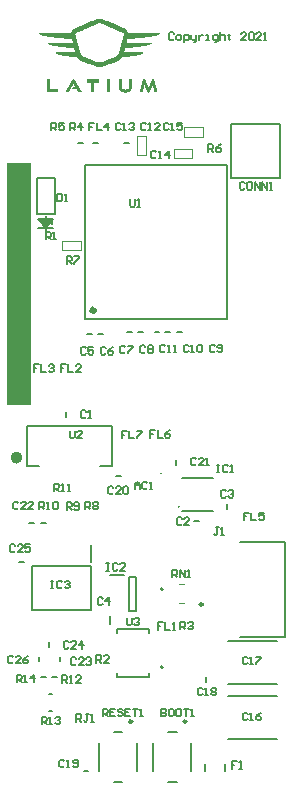
<source format=gto>
G04*
G04 #@! TF.GenerationSoftware,Altium Limited,Altium Designer,21.6.1 (37)*
G04*
G04 Layer_Color=65535*
%FSLAX44Y44*%
%MOMM*%
G71*
G04*
G04 #@! TF.SameCoordinates,E93D91D5-E775-412F-AFD9-E5FE798DA7EF*
G04*
G04*
G04 #@! TF.FilePolarity,Positive*
G04*
G01*
G75*
%ADD10C,0.2000*%
%ADD11C,0.1000*%
%ADD12C,0.5080*%
%ADD13C,0.4000*%
%ADD14C,0.2500*%
%ADD15C,0.1270*%
%ADD16C,0.1524*%
%ADD17C,0.1500*%
%ADD18C,0.2032*%
%ADD19R,2.1000X20.5000*%
G36*
X81177Y655678D02*
X82390D01*
Y655273D01*
X83604D01*
Y654869D01*
X84413D01*
Y654464D01*
X85627D01*
Y654060D01*
X86436D01*
Y653655D01*
X87245D01*
Y653251D01*
X88054D01*
Y652846D01*
X89268D01*
Y652441D01*
X90077D01*
Y652037D01*
X91291D01*
Y651632D01*
X92100D01*
Y651228D01*
X92909D01*
Y650823D01*
X93718D01*
Y650419D01*
X94932D01*
Y650014D01*
X95741D01*
Y649610D01*
X96954D01*
Y649205D01*
X97764D01*
Y648800D01*
X98573D01*
Y648396D01*
X99382D01*
Y647991D01*
X100596D01*
Y647587D01*
X101405D01*
Y647182D01*
X101809D01*
Y646778D01*
X102214D01*
Y646373D01*
X102618D01*
Y645968D01*
X103023D01*
Y645564D01*
Y645159D01*
X103427D01*
Y644755D01*
Y644350D01*
Y643946D01*
X130937D01*
Y643541D01*
Y643137D01*
Y642732D01*
X130128D01*
Y642327D01*
X129319D01*
Y641923D01*
X128105D01*
Y641518D01*
X126082D01*
Y641114D01*
X123655D01*
Y640709D01*
X121228D01*
Y640305D01*
X117587D01*
Y639900D01*
X113946D01*
Y639496D01*
X109091D01*
Y639091D01*
X103023D01*
Y638686D01*
Y638282D01*
X102618D01*
Y637877D01*
Y637473D01*
Y637068D01*
Y636664D01*
X102214D01*
Y636259D01*
Y635855D01*
X123655D01*
Y635450D01*
Y635046D01*
Y634641D01*
X123251D01*
Y634236D01*
X122441D01*
Y633832D01*
X121228D01*
Y633427D01*
X119205D01*
Y633023D01*
X117182D01*
Y632618D01*
X114755D01*
Y632214D01*
X111518D01*
Y631809D01*
X107878D01*
Y631404D01*
X103023D01*
Y631000D01*
X101000D01*
Y630595D01*
X100596D01*
Y630191D01*
Y629786D01*
Y629382D01*
Y628977D01*
X100191D01*
Y628573D01*
Y628168D01*
Y627764D01*
X116373D01*
Y627359D01*
Y626954D01*
Y626550D01*
Y626145D01*
X115564D01*
Y625741D01*
X114350D01*
Y625336D01*
X113137D01*
Y624932D01*
X110709D01*
Y624527D01*
X108282D01*
Y624123D01*
X105450D01*
Y623718D01*
X102214D01*
Y623313D01*
X98573D01*
Y622909D01*
X98168D01*
Y622504D01*
X97764D01*
Y622100D01*
X97359D01*
Y621695D01*
X96954D01*
Y621291D01*
X96550D01*
Y620886D01*
X95741D01*
Y620481D01*
X95336D01*
Y620077D01*
X94123D01*
Y619672D01*
X92909D01*
Y619268D01*
X92100D01*
Y618863D01*
X90886D01*
Y618459D01*
X90077D01*
Y618054D01*
X88863D01*
Y617650D01*
X87650D01*
Y617245D01*
X86841D01*
Y616841D01*
X85627D01*
Y616436D01*
X84818D01*
Y616031D01*
X83604D01*
Y615627D01*
X82390D01*
Y615222D01*
X80368D01*
Y614818D01*
X78749D01*
Y615222D01*
X76322D01*
Y615627D01*
X75513D01*
Y616031D01*
X74299D01*
Y616436D01*
X73086D01*
Y616841D01*
X72277D01*
Y617245D01*
X71063D01*
Y617650D01*
X70254D01*
Y618054D01*
X69040D01*
Y618459D01*
X67826D01*
Y618863D01*
X67017D01*
Y619268D01*
X65804D01*
Y619672D01*
X64590D01*
Y620077D01*
X63781D01*
Y620481D01*
X62972D01*
Y620886D01*
X62567D01*
Y621291D01*
X61758D01*
Y621695D01*
X61354D01*
Y622100D01*
X60949D01*
Y622504D01*
Y622909D01*
X60545D01*
Y623313D01*
X56904D01*
Y623718D01*
X53667D01*
Y624123D01*
X50431D01*
Y624527D01*
X48003D01*
Y624932D01*
X45981D01*
Y625336D01*
X44362D01*
Y625741D01*
X43149D01*
Y626145D01*
X42744D01*
Y626550D01*
X42340D01*
Y626954D01*
Y627359D01*
X42744D01*
Y627764D01*
X58926D01*
Y628168D01*
X58522D01*
Y628573D01*
Y628977D01*
Y629382D01*
X58117D01*
Y629786D01*
Y630191D01*
Y630595D01*
Y631000D01*
X55690D01*
Y631404D01*
X51240D01*
Y631809D01*
X47599D01*
Y632214D01*
X44362D01*
Y632618D01*
X41935D01*
Y633023D01*
X39508D01*
Y633427D01*
X37889D01*
Y633832D01*
X36271D01*
Y634236D01*
X35462D01*
Y634641D01*
Y635046D01*
X35057D01*
Y635450D01*
Y635855D01*
X56499D01*
Y636259D01*
Y636664D01*
Y637068D01*
Y637473D01*
X56094D01*
Y637877D01*
Y638282D01*
Y638686D01*
X55690D01*
Y639091D01*
X49622D01*
Y639496D01*
X45171D01*
Y639900D01*
X41126D01*
Y640305D01*
X37889D01*
Y640709D01*
X35057D01*
Y641114D01*
X32630D01*
Y641518D01*
X31012D01*
Y641923D01*
X29394D01*
Y642327D01*
X28585D01*
Y642732D01*
X28180D01*
Y643137D01*
Y643541D01*
Y643946D01*
X55285D01*
Y644350D01*
Y644755D01*
X55690D01*
Y645159D01*
Y645564D01*
X56094D01*
Y645968D01*
Y646373D01*
X56499D01*
Y646778D01*
X56904D01*
Y647182D01*
X57713D01*
Y647587D01*
X58522D01*
Y647991D01*
X59331D01*
Y648396D01*
X60140D01*
Y648800D01*
X61354D01*
Y649205D01*
X62163D01*
Y649610D01*
X62972D01*
Y650014D01*
X64186D01*
Y650419D01*
X64995D01*
Y650823D01*
X65804D01*
Y651228D01*
X67017D01*
Y651632D01*
X67826D01*
Y652037D01*
X68636D01*
Y652441D01*
X69849D01*
Y652846D01*
X70658D01*
Y653251D01*
X71467D01*
Y653655D01*
X72681D01*
Y654060D01*
X73490D01*
Y654464D01*
X74299D01*
Y654869D01*
X75513D01*
Y655273D01*
X76322D01*
Y655678D01*
X77940D01*
Y656082D01*
X81177D01*
Y655678D01*
D02*
G37*
G36*
X125143Y604548D02*
X125357D01*
Y604334D01*
X125570D01*
Y604121D01*
X125784D01*
Y603908D01*
Y603694D01*
Y603481D01*
X125997D01*
Y603268D01*
Y603054D01*
Y602841D01*
X126210D01*
Y602627D01*
Y602414D01*
Y602201D01*
Y601987D01*
X126424D01*
Y601774D01*
Y601561D01*
Y601347D01*
Y601134D01*
X126637D01*
Y600920D01*
Y600707D01*
Y600494D01*
Y600280D01*
X126850D01*
Y600067D01*
Y599854D01*
Y599640D01*
Y599427D01*
X127064D01*
Y599213D01*
Y599000D01*
Y598787D01*
Y598573D01*
X127277D01*
Y598360D01*
Y598147D01*
Y597933D01*
X127491D01*
Y597720D01*
Y597506D01*
Y597293D01*
Y597080D01*
X127704D01*
Y596866D01*
Y596653D01*
Y596440D01*
Y596226D01*
X127917D01*
Y596013D01*
Y595799D01*
Y595586D01*
Y595373D01*
X128131D01*
Y595159D01*
Y594946D01*
Y594733D01*
Y594519D01*
X128344D01*
Y594306D01*
Y594092D01*
Y593879D01*
Y593666D01*
X125997D01*
Y593879D01*
X125784D01*
Y594092D01*
Y594306D01*
Y594519D01*
X125570D01*
Y594733D01*
Y594946D01*
Y595159D01*
Y595373D01*
X125357D01*
Y595586D01*
Y595799D01*
Y596013D01*
Y596226D01*
X125143D01*
Y596440D01*
Y596653D01*
Y596866D01*
Y597080D01*
X124930D01*
Y597293D01*
Y597506D01*
Y597720D01*
Y597933D01*
X124717D01*
Y598147D01*
Y598360D01*
Y598573D01*
Y598787D01*
X124503D01*
Y599000D01*
Y599213D01*
Y599427D01*
Y599640D01*
X124290D01*
Y599427D01*
X124076D01*
Y599213D01*
Y599000D01*
X123863D01*
Y598787D01*
Y598573D01*
X123650D01*
Y598360D01*
Y598147D01*
Y597933D01*
X123436D01*
Y597720D01*
Y597506D01*
X123223D01*
Y597293D01*
Y597080D01*
Y596866D01*
X123010D01*
Y596653D01*
Y596440D01*
X122796D01*
Y596226D01*
Y596013D01*
X122583D01*
Y595799D01*
Y595586D01*
Y595373D01*
X122369D01*
Y595159D01*
Y594946D01*
X122156D01*
Y594733D01*
Y594519D01*
Y594306D01*
X121943D01*
Y594092D01*
X121729D01*
Y593879D01*
X121516D01*
Y593666D01*
X121303D01*
Y593452D01*
X120449D01*
Y593666D01*
X120022D01*
Y593879D01*
X119809D01*
Y594092D01*
X119596D01*
Y594306D01*
Y594519D01*
X119382D01*
Y594733D01*
Y594946D01*
Y595159D01*
X119169D01*
Y595373D01*
Y595586D01*
X118955D01*
Y595799D01*
Y596013D01*
X118742D01*
Y596226D01*
Y596440D01*
Y596653D01*
X118529D01*
Y596866D01*
Y597080D01*
X118315D01*
Y597293D01*
Y597506D01*
Y597720D01*
X118102D01*
Y597933D01*
Y598147D01*
X117889D01*
Y598360D01*
Y598573D01*
Y598787D01*
X117675D01*
Y599000D01*
Y599213D01*
X117462D01*
Y599427D01*
Y599640D01*
X117248D01*
Y599427D01*
Y599213D01*
X117035D01*
Y599000D01*
Y598787D01*
Y598573D01*
Y598360D01*
X116822D01*
Y598147D01*
Y597933D01*
Y597720D01*
Y597506D01*
X116608D01*
Y597293D01*
Y597080D01*
Y596866D01*
Y596653D01*
X116395D01*
Y596440D01*
Y596226D01*
Y596013D01*
Y595799D01*
X116182D01*
Y595586D01*
Y595373D01*
Y595159D01*
X115968D01*
Y594946D01*
Y594733D01*
Y594519D01*
Y594306D01*
X115755D01*
Y594092D01*
Y593879D01*
Y593666D01*
X113194D01*
Y593879D01*
Y594092D01*
X113408D01*
Y594306D01*
Y594519D01*
Y594733D01*
Y594946D01*
X113621D01*
Y595159D01*
Y595373D01*
Y595586D01*
Y595799D01*
X113834D01*
Y596013D01*
Y596226D01*
Y596440D01*
Y596653D01*
X114048D01*
Y596866D01*
Y597080D01*
Y597293D01*
Y597506D01*
X114261D01*
Y597720D01*
Y597933D01*
Y598147D01*
X114475D01*
Y598360D01*
Y598573D01*
Y598787D01*
Y599000D01*
X114688D01*
Y599213D01*
Y599427D01*
Y599640D01*
Y599854D01*
X114901D01*
Y600067D01*
Y600280D01*
Y600494D01*
Y600707D01*
X115115D01*
Y600920D01*
Y601134D01*
Y601347D01*
Y601561D01*
X115328D01*
Y601774D01*
Y601987D01*
Y602201D01*
Y602414D01*
X115541D01*
Y602627D01*
Y602841D01*
Y603054D01*
X115755D01*
Y603268D01*
Y603481D01*
Y603694D01*
Y603908D01*
X115968D01*
Y604121D01*
Y604334D01*
X116182D01*
Y604548D01*
X116608D01*
Y604761D01*
X117462D01*
Y604548D01*
X117889D01*
Y604334D01*
X118102D01*
Y604121D01*
Y603908D01*
X118315D01*
Y603694D01*
Y603481D01*
X118529D01*
Y603268D01*
Y603054D01*
X118742D01*
Y602841D01*
Y602627D01*
Y602414D01*
X118955D01*
Y602201D01*
Y601987D01*
X119169D01*
Y601774D01*
Y601561D01*
X119382D01*
Y601347D01*
Y601134D01*
Y600920D01*
X119596D01*
Y600707D01*
Y600494D01*
X119809D01*
Y600280D01*
Y600067D01*
Y599854D01*
X120022D01*
Y599640D01*
Y599427D01*
X120236D01*
Y599213D01*
Y599000D01*
X120449D01*
Y598787D01*
Y598573D01*
Y598360D01*
X120662D01*
Y598147D01*
Y597933D01*
X121089D01*
Y598147D01*
Y598360D01*
X121303D01*
Y598573D01*
Y598787D01*
Y599000D01*
X121516D01*
Y599213D01*
Y599427D01*
X121729D01*
Y599640D01*
Y599854D01*
Y600067D01*
X121943D01*
Y600280D01*
Y600494D01*
X122156D01*
Y600707D01*
Y600920D01*
Y601134D01*
X122369D01*
Y601347D01*
Y601561D01*
X122583D01*
Y601774D01*
Y601987D01*
X122796D01*
Y602201D01*
Y602414D01*
Y602627D01*
X123010D01*
Y602841D01*
Y603054D01*
X123223D01*
Y603268D01*
Y603481D01*
X123436D01*
Y603694D01*
Y603908D01*
Y604121D01*
X123650D01*
Y604334D01*
X123863D01*
Y604548D01*
X124290D01*
Y604761D01*
X125143D01*
Y604548D01*
D02*
G37*
G36*
X106793Y604334D02*
Y604121D01*
Y603908D01*
Y603694D01*
Y603481D01*
Y603268D01*
Y603054D01*
Y602841D01*
Y602627D01*
Y602414D01*
Y602201D01*
Y601987D01*
Y601774D01*
Y601561D01*
Y601347D01*
Y601134D01*
Y600920D01*
Y600707D01*
Y600494D01*
Y600280D01*
Y600067D01*
Y599854D01*
Y599640D01*
Y599427D01*
Y599213D01*
Y599000D01*
Y598787D01*
Y598573D01*
Y598360D01*
Y598147D01*
Y597933D01*
Y597720D01*
Y597506D01*
Y597293D01*
X106580D01*
Y597080D01*
Y596866D01*
Y596653D01*
Y596440D01*
X106366D01*
Y596226D01*
Y596013D01*
Y595799D01*
X106153D01*
Y595586D01*
Y595373D01*
X105940D01*
Y595159D01*
X105726D01*
Y594946D01*
X105513D01*
Y594733D01*
X105299D01*
Y594519D01*
X105086D01*
Y594306D01*
X104659D01*
Y594092D01*
X104233D01*
Y593879D01*
X103592D01*
Y593666D01*
X102312D01*
Y593452D01*
X99965D01*
Y593666D01*
X98685D01*
Y593879D01*
X98045D01*
Y594092D01*
X97618D01*
Y594306D01*
X97191D01*
Y594519D01*
X96978D01*
Y594733D01*
X96764D01*
Y594946D01*
X96551D01*
Y595159D01*
X96338D01*
Y595373D01*
X96124D01*
Y595586D01*
Y595799D01*
X95911D01*
Y596013D01*
Y596226D01*
Y596440D01*
X95697D01*
Y596653D01*
Y596866D01*
Y597080D01*
Y597293D01*
X95484D01*
Y597506D01*
Y597720D01*
Y597933D01*
Y598147D01*
Y598360D01*
Y598573D01*
Y598787D01*
Y599000D01*
Y599213D01*
Y599427D01*
Y599640D01*
Y599854D01*
Y600067D01*
Y600280D01*
Y600494D01*
Y600707D01*
Y600920D01*
Y601134D01*
Y601347D01*
Y601561D01*
Y601774D01*
Y601987D01*
Y602201D01*
Y602414D01*
Y602627D01*
Y602841D01*
Y603054D01*
Y603268D01*
Y603481D01*
Y603694D01*
Y603908D01*
Y604121D01*
Y604334D01*
Y604548D01*
X98045D01*
Y604334D01*
Y604121D01*
Y603908D01*
Y603694D01*
Y603481D01*
Y603268D01*
Y603054D01*
Y602841D01*
Y602627D01*
Y602414D01*
Y602201D01*
Y601987D01*
Y601774D01*
Y601561D01*
Y601347D01*
Y601134D01*
Y600920D01*
Y600707D01*
Y600494D01*
Y600280D01*
Y600067D01*
Y599854D01*
Y599640D01*
Y599427D01*
Y599213D01*
Y599000D01*
Y598787D01*
Y598573D01*
Y598360D01*
Y598147D01*
Y597933D01*
Y597720D01*
X98258D01*
Y597506D01*
Y597293D01*
Y597080D01*
X98471D01*
Y596866D01*
X98685D01*
Y596653D01*
X98898D01*
Y596440D01*
X99325D01*
Y596226D01*
X100605D01*
Y596013D01*
X101672D01*
Y596226D01*
X102952D01*
Y596440D01*
X103592D01*
Y596653D01*
X103806D01*
Y596866D01*
X104019D01*
Y597080D01*
Y597293D01*
X104233D01*
Y597506D01*
Y597720D01*
Y597933D01*
Y598147D01*
Y598360D01*
Y598573D01*
Y598787D01*
Y599000D01*
Y599213D01*
Y599427D01*
Y599640D01*
Y599854D01*
Y600067D01*
Y600280D01*
Y600494D01*
Y600707D01*
Y600920D01*
Y601134D01*
Y601347D01*
Y601561D01*
Y601774D01*
Y601987D01*
Y602201D01*
Y602414D01*
Y602627D01*
Y602841D01*
Y603054D01*
Y603268D01*
Y603481D01*
Y603694D01*
Y603908D01*
Y604121D01*
Y604334D01*
Y604548D01*
X106793D01*
Y604334D01*
D02*
G37*
G36*
X88016D02*
Y604121D01*
Y603908D01*
Y603694D01*
Y603481D01*
Y603268D01*
Y603054D01*
Y602841D01*
Y602627D01*
Y602414D01*
Y602201D01*
Y601987D01*
Y601774D01*
Y601561D01*
Y601347D01*
Y601134D01*
Y600920D01*
Y600707D01*
Y600494D01*
Y600280D01*
Y600067D01*
Y599854D01*
Y599640D01*
Y599427D01*
Y599213D01*
Y599000D01*
Y598787D01*
Y598573D01*
Y598360D01*
Y598147D01*
Y597933D01*
Y597720D01*
Y597506D01*
Y597293D01*
Y597080D01*
Y596866D01*
Y596653D01*
Y596440D01*
Y596226D01*
Y596013D01*
Y595799D01*
Y595586D01*
Y595373D01*
Y595159D01*
Y594946D01*
Y594733D01*
Y594519D01*
Y594306D01*
Y594092D01*
Y593879D01*
Y593666D01*
X85455D01*
Y593879D01*
Y594092D01*
Y594306D01*
Y594519D01*
Y594733D01*
Y594946D01*
Y595159D01*
Y595373D01*
Y595586D01*
Y595799D01*
Y596013D01*
Y596226D01*
Y596440D01*
Y596653D01*
Y596866D01*
Y597080D01*
Y597293D01*
Y597506D01*
Y597720D01*
Y597933D01*
Y598147D01*
Y598360D01*
Y598573D01*
Y598787D01*
Y599000D01*
Y599213D01*
Y599427D01*
Y599640D01*
Y599854D01*
Y600067D01*
Y600280D01*
Y600494D01*
Y600707D01*
Y600920D01*
Y601134D01*
Y601347D01*
Y601561D01*
Y601774D01*
Y601987D01*
Y602201D01*
Y602414D01*
Y602627D01*
Y602841D01*
Y603054D01*
Y603268D01*
Y603481D01*
Y603694D01*
Y603908D01*
Y604121D01*
Y604334D01*
Y604548D01*
X88016D01*
Y604334D01*
D02*
G37*
G36*
X78627D02*
Y604121D01*
Y603908D01*
Y603694D01*
Y603481D01*
Y603268D01*
Y603054D01*
Y602841D01*
Y602627D01*
Y602414D01*
Y602201D01*
Y601987D01*
X75000D01*
Y601774D01*
Y601561D01*
Y601347D01*
Y601134D01*
Y600920D01*
Y600707D01*
Y600494D01*
Y600280D01*
Y600067D01*
Y599854D01*
Y599640D01*
Y599427D01*
Y599213D01*
Y599000D01*
Y598787D01*
Y598573D01*
Y598360D01*
Y598147D01*
Y597933D01*
Y597720D01*
Y597506D01*
Y597293D01*
Y597080D01*
Y596866D01*
Y596653D01*
Y596440D01*
Y596226D01*
Y596013D01*
Y595799D01*
Y595586D01*
Y595373D01*
Y595159D01*
Y594946D01*
Y594733D01*
Y594519D01*
Y594306D01*
Y594092D01*
Y593879D01*
Y593666D01*
X72439D01*
Y593879D01*
Y594092D01*
Y594306D01*
Y594519D01*
Y594733D01*
Y594946D01*
Y595159D01*
Y595373D01*
Y595586D01*
Y595799D01*
Y596013D01*
Y596226D01*
Y596440D01*
Y596653D01*
Y596866D01*
Y597080D01*
Y597293D01*
Y597506D01*
Y597720D01*
Y597933D01*
Y598147D01*
Y598360D01*
Y598573D01*
Y598787D01*
Y599000D01*
Y599213D01*
Y599427D01*
Y599640D01*
Y599854D01*
Y600067D01*
Y600280D01*
Y600494D01*
Y600707D01*
Y600920D01*
Y601134D01*
Y601347D01*
Y601561D01*
Y601774D01*
Y601987D01*
X68812D01*
Y602201D01*
Y602414D01*
Y602627D01*
Y602841D01*
Y603054D01*
Y603268D01*
Y603481D01*
Y603694D01*
Y603908D01*
Y604121D01*
Y604334D01*
Y604548D01*
X78627D01*
Y604334D01*
D02*
G37*
G36*
X57930Y604548D02*
X58143D01*
Y604334D01*
X58357D01*
Y604121D01*
X58570D01*
Y603908D01*
X58783D01*
Y603694D01*
Y603481D01*
X58997D01*
Y603268D01*
Y603054D01*
X59210D01*
Y602841D01*
Y602627D01*
X59423D01*
Y602414D01*
X59637D01*
Y602201D01*
Y601987D01*
X59850D01*
Y601774D01*
Y601561D01*
X60064D01*
Y601347D01*
Y601134D01*
X60277D01*
Y600920D01*
X60490D01*
Y600707D01*
Y600494D01*
X60704D01*
Y600280D01*
Y600067D01*
X60917D01*
Y599854D01*
Y599640D01*
X61130D01*
Y599427D01*
X61344D01*
Y599213D01*
Y599000D01*
X61557D01*
Y598787D01*
Y598573D01*
X61771D01*
Y598360D01*
X61984D01*
Y598147D01*
Y597933D01*
X62197D01*
Y597720D01*
Y597506D01*
X62411D01*
Y597293D01*
Y597080D01*
X62624D01*
Y596866D01*
X62838D01*
Y596653D01*
Y596440D01*
X63051D01*
Y596226D01*
Y596013D01*
X63264D01*
Y595799D01*
Y595586D01*
X63478D01*
Y595373D01*
X63691D01*
Y595159D01*
Y594946D01*
X63904D01*
Y594733D01*
Y594519D01*
X64118D01*
Y594306D01*
Y594092D01*
X64331D01*
Y593879D01*
Y593666D01*
X61344D01*
Y593879D01*
Y594092D01*
X61130D01*
Y594306D01*
Y594519D01*
X60917D01*
Y594733D01*
Y594946D01*
X60704D01*
Y595159D01*
X60490D01*
Y595373D01*
Y595586D01*
X60277D01*
Y595799D01*
Y596013D01*
X60064D01*
Y596226D01*
X56223D01*
Y596440D01*
Y596653D01*
X56436D01*
Y596866D01*
Y597080D01*
X56650D01*
Y597293D01*
Y597506D01*
X56863D01*
Y597720D01*
Y597933D01*
X57076D01*
Y598147D01*
X57290D01*
Y598360D01*
X57503D01*
Y598573D01*
X58570D01*
Y598787D01*
Y599000D01*
X58357D01*
Y599213D01*
Y599427D01*
X58143D01*
Y599640D01*
Y599854D01*
X57930D01*
Y600067D01*
X57716D01*
Y600280D01*
Y600494D01*
X57503D01*
Y600707D01*
Y600920D01*
X57290D01*
Y600707D01*
X57076D01*
Y600494D01*
Y600280D01*
X56863D01*
Y600067D01*
Y599854D01*
X56650D01*
Y599640D01*
Y599427D01*
X56436D01*
Y599213D01*
X56223D01*
Y599000D01*
Y598787D01*
X56009D01*
Y598573D01*
Y598360D01*
X55796D01*
Y598147D01*
Y597933D01*
X55583D01*
Y597720D01*
X55369D01*
Y597506D01*
Y597293D01*
X55156D01*
Y597080D01*
Y596866D01*
X54943D01*
Y596653D01*
Y596440D01*
X54729D01*
Y596226D01*
Y596013D01*
X54516D01*
Y595799D01*
X54303D01*
Y595586D01*
Y595373D01*
X54089D01*
Y595159D01*
Y594946D01*
X53876D01*
Y594733D01*
Y594519D01*
X53662D01*
Y594306D01*
X53449D01*
Y594092D01*
Y593879D01*
X53236D01*
Y593666D01*
X50462D01*
Y593879D01*
Y594092D01*
X50675D01*
Y594306D01*
Y594519D01*
X50889D01*
Y594733D01*
Y594946D01*
X51102D01*
Y595159D01*
X51315D01*
Y595373D01*
Y595586D01*
X51529D01*
Y595799D01*
Y596013D01*
X51742D01*
Y596226D01*
X51955D01*
Y596440D01*
Y596653D01*
X52169D01*
Y596866D01*
Y597080D01*
X52382D01*
Y597293D01*
Y597506D01*
X52596D01*
Y597720D01*
X52809D01*
Y597933D01*
Y598147D01*
X53022D01*
Y598360D01*
Y598573D01*
X53236D01*
Y598787D01*
Y599000D01*
X53449D01*
Y599213D01*
X53662D01*
Y599427D01*
Y599640D01*
X53876D01*
Y599854D01*
Y600067D01*
X54089D01*
Y600280D01*
Y600494D01*
X54303D01*
Y600707D01*
X54516D01*
Y600920D01*
Y601134D01*
X54729D01*
Y601347D01*
Y601561D01*
X54943D01*
Y601774D01*
Y601987D01*
X55156D01*
Y602201D01*
X55369D01*
Y602414D01*
Y602627D01*
X55583D01*
Y602841D01*
Y603054D01*
X55796D01*
Y603268D01*
Y603481D01*
X56009D01*
Y603694D01*
X56223D01*
Y603908D01*
Y604121D01*
X56436D01*
Y604334D01*
X56650D01*
Y604548D01*
X57076D01*
Y604761D01*
X57930D01*
Y604548D01*
D02*
G37*
G36*
X37659Y604334D02*
Y604121D01*
Y603908D01*
Y603694D01*
Y603481D01*
Y603268D01*
Y603054D01*
Y602841D01*
Y602627D01*
Y602414D01*
Y602201D01*
Y601987D01*
Y601774D01*
Y601561D01*
Y601347D01*
Y601134D01*
Y600920D01*
Y600707D01*
Y600494D01*
Y600280D01*
Y600067D01*
Y599854D01*
Y599640D01*
Y599427D01*
Y599213D01*
Y599000D01*
Y598787D01*
Y598573D01*
Y598360D01*
Y598147D01*
Y597933D01*
Y597720D01*
Y597506D01*
Y597293D01*
Y597080D01*
Y596866D01*
Y596653D01*
Y596440D01*
Y596226D01*
X44060D01*
Y596013D01*
Y595799D01*
Y595586D01*
Y595373D01*
Y595159D01*
Y594946D01*
Y594733D01*
Y594519D01*
Y594306D01*
Y594092D01*
Y593879D01*
Y593666D01*
X35099D01*
Y593879D01*
Y594092D01*
Y594306D01*
Y594519D01*
Y594733D01*
Y594946D01*
Y595159D01*
Y595373D01*
Y595586D01*
Y595799D01*
Y596013D01*
Y596226D01*
Y596440D01*
Y596653D01*
Y596866D01*
Y597080D01*
Y597293D01*
Y597506D01*
Y597720D01*
Y597933D01*
Y598147D01*
Y598360D01*
Y598573D01*
Y598787D01*
Y599000D01*
Y599213D01*
Y599427D01*
Y599640D01*
Y599854D01*
Y600067D01*
Y600280D01*
Y600494D01*
Y600707D01*
Y600920D01*
Y601134D01*
Y601347D01*
Y601561D01*
Y601774D01*
Y601987D01*
Y602201D01*
Y602414D01*
Y602627D01*
Y602841D01*
Y603054D01*
Y603268D01*
Y603481D01*
Y603694D01*
Y603908D01*
Y604121D01*
Y604334D01*
Y604548D01*
X37659D01*
Y604334D01*
D02*
G37*
%LPC*%
G36*
X80772Y652037D02*
X78345D01*
Y651632D01*
X77131D01*
Y651228D01*
X76322D01*
Y650823D01*
X75108D01*
Y650419D01*
X74299D01*
Y650014D01*
X73490D01*
Y649610D01*
X72277D01*
Y649205D01*
X71467D01*
Y648800D01*
X70658D01*
Y648396D01*
X69445D01*
Y647991D01*
X68636D01*
Y647587D01*
X67826D01*
Y647182D01*
X66613D01*
Y646778D01*
X65804D01*
Y646373D01*
X64995D01*
Y645968D01*
X63781D01*
Y645564D01*
X62972D01*
Y645159D01*
X62163D01*
Y644755D01*
X60949D01*
Y644350D01*
X60140D01*
Y643946D01*
X59331D01*
Y643541D01*
Y643137D01*
X58926D01*
Y642732D01*
Y642327D01*
Y641923D01*
X59331D01*
Y641518D01*
Y641114D01*
Y640709D01*
Y640305D01*
X59735D01*
Y639900D01*
Y639496D01*
Y639091D01*
Y638686D01*
X60140D01*
Y638282D01*
Y637877D01*
Y637473D01*
X60545D01*
Y637068D01*
Y636664D01*
Y636259D01*
Y635855D01*
X60949D01*
Y635450D01*
Y635046D01*
Y634641D01*
Y634236D01*
X61354D01*
Y633832D01*
Y633427D01*
Y633023D01*
Y632618D01*
X61758D01*
Y632214D01*
Y631809D01*
Y631404D01*
Y631000D01*
X62163D01*
Y630595D01*
Y630191D01*
Y629786D01*
Y629382D01*
X62567D01*
Y628977D01*
Y628573D01*
Y628168D01*
X62972D01*
Y627764D01*
Y627359D01*
Y626954D01*
Y626550D01*
X63376D01*
Y626145D01*
Y625741D01*
X63781D01*
Y625336D01*
Y624932D01*
X64186D01*
Y624527D01*
X64590D01*
Y624123D01*
X65399D01*
Y623718D01*
X66613D01*
Y623313D01*
X67826D01*
Y622909D01*
X68636D01*
Y622504D01*
X69849D01*
Y622100D01*
X70658D01*
Y621695D01*
X71872D01*
Y621291D01*
X73086D01*
Y620886D01*
X73895D01*
Y620481D01*
X75108D01*
Y620077D01*
X75918D01*
Y619672D01*
X77131D01*
Y619268D01*
X81581D01*
Y619672D01*
X82795D01*
Y620077D01*
X84009D01*
Y620481D01*
X84818D01*
Y620886D01*
X86032D01*
Y621291D01*
X86841D01*
Y621695D01*
X88054D01*
Y622100D01*
X89268D01*
Y622504D01*
X90077D01*
Y622909D01*
X91291D01*
Y623313D01*
X92100D01*
Y623718D01*
X93314D01*
Y624123D01*
X94123D01*
Y624527D01*
X94527D01*
Y624932D01*
X94932D01*
Y625336D01*
X95336D01*
Y625741D01*
Y626145D01*
X95741D01*
Y626550D01*
Y626954D01*
Y627359D01*
X96145D01*
Y627764D01*
Y628168D01*
Y628573D01*
Y628977D01*
X96550D01*
Y629382D01*
Y629786D01*
Y630191D01*
Y630595D01*
X96954D01*
Y631000D01*
Y631404D01*
Y631809D01*
Y632214D01*
X97359D01*
Y632618D01*
Y633023D01*
Y633427D01*
Y633832D01*
X97764D01*
Y634236D01*
Y634641D01*
Y635046D01*
X98168D01*
Y635450D01*
Y635855D01*
Y636259D01*
Y636664D01*
X98573D01*
Y637068D01*
Y637473D01*
Y637877D01*
Y638282D01*
X98977D01*
Y638686D01*
Y639091D01*
Y639496D01*
Y639900D01*
X99382D01*
Y640305D01*
Y640709D01*
Y641114D01*
Y641518D01*
X99786D01*
Y641923D01*
Y642327D01*
Y642732D01*
Y643137D01*
Y643541D01*
X99382D01*
Y643946D01*
X98573D01*
Y644350D01*
X97764D01*
Y644755D01*
X96954D01*
Y645159D01*
X96145D01*
Y645564D01*
X94932D01*
Y645968D01*
X94123D01*
Y646373D01*
X92909D01*
Y646778D01*
X92100D01*
Y647182D01*
X91291D01*
Y647587D01*
X90482D01*
Y647991D01*
X89268D01*
Y648396D01*
X88459D01*
Y648800D01*
X87245D01*
Y649205D01*
X86436D01*
Y649610D01*
X85627D01*
Y650014D01*
X84818D01*
Y650419D01*
X83604D01*
Y650823D01*
X82795D01*
Y651228D01*
X81581D01*
Y651632D01*
X80772D01*
Y652037D01*
D02*
G37*
%LPD*%
D10*
X133180Y107000D02*
G03*
X133180Y107000I-1000J0D01*
G01*
X146846Y242984D02*
G03*
X146846Y242984I-500J0D01*
G01*
X132000Y174000D02*
G03*
X132000Y172000I0J-1000D01*
G01*
D02*
G03*
X132000Y174000I0J1000D01*
G01*
X88479Y143905D02*
Y149906D01*
X187933Y82481D02*
X229974D01*
X187933Y46440D02*
X229974D01*
X198400Y132800D02*
X236100D01*
X214772D02*
X236100D01*
Y213200D01*
X198400D02*
X236100D01*
X91250Y52000D02*
X98750D01*
X79000Y19250D02*
Y42750D01*
X91250Y10000D02*
X98750D01*
X111000Y19250D02*
Y42750D01*
X104000Y183620D02*
X110000D01*
Y154380D02*
Y183620D01*
X104000Y154380D02*
X110000D01*
X104000D02*
Y183620D01*
X88500Y185000D02*
X100500D01*
X72250Y196000D02*
Y210750D01*
X22000Y192500D02*
X72000D01*
X22000Y155500D02*
Y192500D01*
Y155500D02*
X72000D01*
Y192500D01*
X187979Y92979D02*
X230021D01*
X187979Y129021D02*
X230021D01*
X157000Y19250D02*
Y42750D01*
X137250Y10000D02*
X144750D01*
X125000Y19250D02*
Y42750D01*
X137250Y52000D02*
X144750D01*
D11*
X130692Y270914D02*
G03*
X131692Y270914I500J0D01*
G01*
D02*
G03*
X130692Y270914I-500J0D01*
G01*
X167000Y556000D02*
Y564000D01*
X151000D02*
X167000D01*
X151000Y556000D02*
Y564000D01*
Y556000D02*
X167000D01*
X158000Y538000D02*
Y546000D01*
X142000D02*
X158000D01*
X142000Y538000D02*
Y546000D01*
Y538000D02*
X158000D01*
X48000Y460000D02*
Y468000D01*
Y460000D02*
X64000D01*
Y468000D01*
X48000D02*
X64000D01*
X111000Y557000D02*
X119000D01*
X111000Y541000D02*
Y557000D01*
Y541000D02*
X119000D01*
Y557000D01*
X147000Y161000D02*
X151000D01*
X147000Y177000D02*
X151000D01*
D12*
X11520Y284678D02*
G03*
X11532Y284428I-2528J-250D01*
G01*
D13*
X75250Y409000D02*
G03*
X75250Y409000I-1500J0D01*
G01*
D14*
X166650Y160000D02*
G03*
X166650Y160000I-1250J0D01*
G01*
X107000Y61000D02*
G03*
X107000Y61000I-1250J0D01*
G01*
X153000D02*
G03*
X153000Y61000I-1250J0D01*
G01*
D15*
X93950Y135750D02*
Y139000D01*
X120950D01*
Y135750D02*
Y139000D01*
X93950Y99000D02*
Y102250D01*
Y99000D02*
X120950D01*
Y102250D01*
X149346Y239134D02*
X175346D01*
X149346Y266834D02*
X175346D01*
X26380Y490760D02*
Y521240D01*
X41620D01*
Y490760D02*
Y521240D01*
X26380Y490760D02*
X41620D01*
X190886Y567114D02*
X232034D01*
Y564828D02*
Y567114D01*
X190886Y521140D02*
Y567114D01*
Y521140D02*
X232034D01*
Y564828D01*
X37000Y69800D02*
X39000D01*
X37000Y84200D02*
X39000D01*
D16*
X79664Y276910D02*
X89810D01*
X17674D02*
X27820D01*
X89810D02*
Y310946D01*
X17674D02*
X89810D01*
X17674Y276910D02*
Y310946D01*
X33746Y476018D02*
Y488718D01*
X27396Y478558D02*
X40096D01*
X27396Y486178D02*
X33746Y478558D01*
X28666Y486178D02*
X33746Y478558D01*
X29936Y486178D02*
X33746Y478558D01*
X31206Y486178D02*
X33746Y478558D01*
X32476Y486178D02*
X33746Y478558D01*
X40096Y486178D01*
X33746Y478558D02*
X38826Y486178D01*
X33746Y478558D02*
X37556Y486178D01*
X33746Y478558D02*
X36286Y486178D01*
X33746Y478558D02*
X35016Y486178D01*
X27396D02*
X40096D01*
X185766Y18865D02*
Y24652D01*
X168240Y18865D02*
Y24652D01*
X142232Y643290D02*
X141174Y644348D01*
X139058D01*
X138000Y643290D01*
Y639058D01*
X139058Y638000D01*
X141174D01*
X142232Y639058D01*
X145406Y638000D02*
X147522D01*
X148580Y639058D01*
Y641174D01*
X147522Y642232D01*
X145406D01*
X144348Y641174D01*
Y639058D01*
X145406Y638000D01*
X150696Y635884D02*
Y642232D01*
X153870D01*
X154928Y641174D01*
Y639058D01*
X153870Y638000D01*
X150696D01*
X157044Y642232D02*
Y639058D01*
X158102Y638000D01*
X161276D01*
Y636942D01*
X160218Y635884D01*
X159160D01*
X161276Y638000D02*
Y642232D01*
X163392D02*
Y638000D01*
Y640116D01*
X164450Y641174D01*
X165508Y642232D01*
X166566D01*
X169740Y638000D02*
X171856D01*
X170798D01*
Y642232D01*
X169740D01*
X177146Y635884D02*
X178204D01*
X179262Y636942D01*
Y642232D01*
X176088D01*
X175030Y641174D01*
Y639058D01*
X176088Y638000D01*
X179262D01*
X181378Y644348D02*
Y638000D01*
Y641174D01*
X182436Y642232D01*
X184552D01*
X185610Y641174D01*
Y638000D01*
X188783Y643290D02*
Y642232D01*
X187726D01*
X189841D01*
X188783D01*
Y639058D01*
X189841Y638000D01*
X203595D02*
X199363D01*
X203595Y642232D01*
Y643290D01*
X202537Y644348D01*
X200421D01*
X199363Y643290D01*
X205711D02*
X206769Y644348D01*
X208885D01*
X209943Y643290D01*
Y639058D01*
X208885Y638000D01*
X206769D01*
X205711Y639058D01*
Y643290D01*
X216291Y638000D02*
X212059D01*
X216291Y642232D01*
Y643290D01*
X215233Y644348D01*
X213117D01*
X212059Y643290D01*
X218407Y638000D02*
X220523D01*
X219465D01*
Y644348D01*
X218407Y643290D01*
X171591Y543346D02*
Y549694D01*
X174765D01*
X175823Y548636D01*
Y546520D01*
X174765Y545462D01*
X171591D01*
X173707D02*
X175823Y543346D01*
X182171Y549694D02*
X180054Y548636D01*
X177938Y546520D01*
Y544404D01*
X178997Y543346D01*
X181112D01*
X182171Y544404D01*
Y545462D01*
X181112Y546520D01*
X177938D01*
X178510Y278442D02*
X180626D01*
X179568D01*
Y272094D01*
X178510D01*
X180626D01*
X188032Y277384D02*
X186974Y278442D01*
X184858D01*
X183800Y277384D01*
Y273152D01*
X184858Y272094D01*
X186974D01*
X188032Y273152D01*
X190148Y272094D02*
X192264D01*
X191206D01*
Y278442D01*
X190148Y277384D01*
X102208Y306946D02*
X97976D01*
Y303772D01*
X100092D01*
X97976D01*
Y300598D01*
X104324Y306946D02*
Y300598D01*
X108556D01*
X110672Y306946D02*
X114904D01*
Y305888D01*
X110672Y301656D01*
Y300598D01*
X126517Y307570D02*
X122285D01*
Y304396D01*
X124401D01*
X122285D01*
Y301222D01*
X128632Y307570D02*
Y301222D01*
X132865D01*
X139212Y307570D02*
X137096Y306512D01*
X134980Y304396D01*
Y302280D01*
X136038Y301222D01*
X138154D01*
X139212Y302280D01*
Y303338D01*
X138154Y304396D01*
X134980D01*
X132872Y144890D02*
X128640D01*
Y141716D01*
X130756D01*
X128640D01*
Y138542D01*
X134988Y144890D02*
Y138542D01*
X139220D01*
X141336D02*
X143452D01*
X142394D01*
Y144890D01*
X141336Y143832D01*
X204841Y67426D02*
X203783Y68484D01*
X201667D01*
X200609Y67426D01*
Y63194D01*
X201667Y62136D01*
X203783D01*
X204841Y63194D01*
X206957Y62136D02*
X209073D01*
X208015D01*
Y68484D01*
X206957Y67426D01*
X216479Y68484D02*
X214363Y67426D01*
X212247Y65310D01*
Y63194D01*
X213305Y62136D01*
X215421D01*
X216479Y63194D01*
Y64252D01*
X215421Y65310D01*
X212247D01*
X76556Y110867D02*
Y117215D01*
X79730D01*
X80788Y116157D01*
Y114041D01*
X79730Y112983D01*
X76556D01*
X78672D02*
X80788Y110867D01*
X87136D02*
X82904D01*
X87136Y115099D01*
Y116157D01*
X86078Y117215D01*
X83962D01*
X82904Y116157D01*
X137942Y566929D02*
X136884Y567987D01*
X134768D01*
X133710Y566929D01*
Y562697D01*
X134768Y561639D01*
X136884D01*
X137942Y562697D01*
X140058Y561639D02*
X142174D01*
X141116D01*
Y567987D01*
X140058Y566929D01*
X149580Y567987D02*
X145348D01*
Y564813D01*
X147464Y565871D01*
X148522D01*
X149580Y564813D01*
Y562697D01*
X148522Y561639D01*
X146406D01*
X145348Y562697D01*
X127297Y543116D02*
X126239Y544174D01*
X124123D01*
X123065Y543116D01*
Y538884D01*
X124123Y537826D01*
X126239D01*
X127297Y538884D01*
X129413Y537826D02*
X131529D01*
X130471D01*
Y544174D01*
X129413Y543116D01*
X137877Y537826D02*
Y544174D01*
X134703Y541000D01*
X138935D01*
X59455Y60943D02*
Y67291D01*
X62629D01*
X63687Y66233D01*
Y64117D01*
X62629Y63059D01*
X59455D01*
X61571D02*
X63687Y60943D01*
X70035Y67291D02*
X67919D01*
X68977D01*
Y62001D01*
X67919Y60943D01*
X66861D01*
X65803Y62001D01*
X72151Y60943D02*
X74267D01*
X73209D01*
Y67291D01*
X72151Y66233D01*
X74836Y567872D02*
X70604D01*
Y564698D01*
X72720D01*
X70604D01*
Y561524D01*
X76952Y567872D02*
Y561524D01*
X81184D01*
X86474D02*
Y567872D01*
X83300Y564698D01*
X87532D01*
X205756Y237872D02*
X201524D01*
Y234698D01*
X203640D01*
X201524D01*
Y231524D01*
X207872Y237872D02*
Y231524D01*
X212104D01*
X218452Y237872D02*
X214220D01*
Y234698D01*
X216336Y235756D01*
X217394D01*
X218452Y234698D01*
Y232582D01*
X217394Y231524D01*
X215278D01*
X214220Y232582D01*
X27766Y363259D02*
X23534D01*
Y360085D01*
X25650D01*
X23534D01*
Y356911D01*
X29882Y363259D02*
Y356911D01*
X34114D01*
X36230Y362201D02*
X37288Y363259D01*
X39404D01*
X40462Y362201D01*
Y361143D01*
X39404Y360085D01*
X38346D01*
X39404D01*
X40462Y359027D01*
Y357969D01*
X39404Y356911D01*
X37288D01*
X36230Y357969D01*
X50803Y363259D02*
X46571D01*
Y360085D01*
X48687D01*
X46571D01*
Y356911D01*
X52919Y363259D02*
Y356911D01*
X57151D01*
X63499D02*
X59267D01*
X63499Y361143D01*
Y362201D01*
X62441Y363259D01*
X60325D01*
X59267Y362201D01*
X82026Y165072D02*
X80968Y166130D01*
X78852D01*
X77794Y165072D01*
Y160840D01*
X78852Y159782D01*
X80968D01*
X82026Y160840D01*
X87316Y159782D02*
Y166130D01*
X84142Y162956D01*
X88374D01*
X147854Y138877D02*
Y145225D01*
X151028D01*
X152086Y144167D01*
Y142051D01*
X151028Y140993D01*
X147854D01*
X149970D02*
X152086Y138877D01*
X154202Y144167D02*
X155260Y145225D01*
X157376D01*
X158434Y144167D01*
Y143109D01*
X157376Y142051D01*
X156318D01*
X157376D01*
X158434Y140993D01*
Y139935D01*
X157376Y138877D01*
X155260D01*
X154202Y139935D01*
X102354Y148653D02*
Y143363D01*
X103412Y142305D01*
X105528D01*
X106586Y143363D01*
Y148653D01*
X108702Y147595D02*
X109760Y148653D01*
X111876D01*
X112934Y147595D01*
Y146537D01*
X111876Y145479D01*
X110818D01*
X111876D01*
X112934Y144421D01*
Y143363D01*
X111876Y142305D01*
X109760D01*
X108702Y143363D01*
X195716Y27423D02*
X191484D01*
Y24249D01*
X193600D01*
X191484D01*
Y21075D01*
X197832D02*
X199948D01*
X198890D01*
Y27423D01*
X197832Y26365D01*
X204756Y114814D02*
X203698Y115872D01*
X201582D01*
X200524Y114814D01*
Y110582D01*
X201582Y109524D01*
X203698D01*
X204756Y110582D01*
X206872Y109524D02*
X208988D01*
X207930D01*
Y115872D01*
X206872Y114814D01*
X212162Y115872D02*
X216394D01*
Y114814D01*
X212162Y110582D01*
Y109524D01*
X10600Y245763D02*
X9542Y246821D01*
X7426D01*
X6368Y245763D01*
Y241531D01*
X7426Y240473D01*
X9542D01*
X10600Y241531D01*
X16947Y240473D02*
X12716D01*
X16947Y244705D01*
Y245763D01*
X15890Y246821D01*
X13773D01*
X12716Y245763D01*
X23296Y240473D02*
X19064D01*
X23296Y244705D01*
Y245763D01*
X22238Y246821D01*
X20122D01*
X19064Y245763D01*
X30364Y58784D02*
Y65132D01*
X33538D01*
X34596Y64074D01*
Y61958D01*
X33538Y60900D01*
X30364D01*
X32480D02*
X34596Y58784D01*
X36712D02*
X38828D01*
X37770D01*
Y65132D01*
X36712Y64074D01*
X42002D02*
X43060Y65132D01*
X45176D01*
X46234Y64074D01*
Y63016D01*
X45176Y61958D01*
X44118D01*
X45176D01*
X46234Y60900D01*
Y59842D01*
X45176Y58784D01*
X43060D01*
X42002Y59842D01*
X51556Y240162D02*
Y246510D01*
X54730D01*
X55788Y245452D01*
Y243336D01*
X54730Y242278D01*
X51556D01*
X53672D02*
X55788Y240162D01*
X57904Y241220D02*
X58962Y240162D01*
X61078D01*
X62136Y241220D01*
Y245452D01*
X61078Y246510D01*
X58962D01*
X57904Y245452D01*
Y244394D01*
X58962Y243336D01*
X62136D01*
X9172Y94312D02*
Y100660D01*
X12346D01*
X13404Y99602D01*
Y97486D01*
X12346Y96428D01*
X9172D01*
X11288D02*
X13404Y94312D01*
X15520D02*
X17636D01*
X16578D01*
Y100660D01*
X15520Y99602D01*
X23984Y94312D02*
Y100660D01*
X20810Y97486D01*
X25042D01*
X47816Y93689D02*
Y100037D01*
X50990D01*
X52048Y98979D01*
Y96863D01*
X50990Y95805D01*
X47816D01*
X49932D02*
X52048Y93689D01*
X54164D02*
X56280D01*
X55222D01*
Y100037D01*
X54164Y98979D01*
X63686Y93689D02*
X59454D01*
X63686Y97921D01*
Y98979D01*
X62628Y100037D01*
X60512D01*
X59454Y98979D01*
X40648Y256056D02*
Y262404D01*
X43822D01*
X44880Y261346D01*
Y259230D01*
X43822Y258172D01*
X40648D01*
X42765D02*
X44880Y256056D01*
X46996D02*
X49112D01*
X48054D01*
Y262404D01*
X46996Y261346D01*
X52286Y256056D02*
X54402D01*
X53344D01*
Y262404D01*
X52286Y261346D01*
X28183Y240473D02*
Y246821D01*
X31357D01*
X32415Y245763D01*
Y243647D01*
X31357Y242589D01*
X28183D01*
X30299D02*
X32415Y240473D01*
X34531D02*
X36647D01*
X35589D01*
Y246821D01*
X34531Y245763D01*
X39821D02*
X40879Y246821D01*
X42995D01*
X44053Y245763D01*
Y241531D01*
X42995Y240473D01*
X40879D01*
X39821Y241531D01*
Y245763D01*
X67450Y240473D02*
Y246821D01*
X70624D01*
X71682Y245763D01*
Y243647D01*
X70624Y242589D01*
X67450D01*
X69566D02*
X71682Y240473D01*
X73798Y245763D02*
X74856Y246821D01*
X76972D01*
X78030Y245763D01*
Y244705D01*
X76972Y243647D01*
X78030Y242589D01*
Y241531D01*
X76972Y240473D01*
X74856D01*
X73798Y241531D01*
Y242589D01*
X74856Y243647D01*
X73798Y244705D01*
Y245763D01*
X74856Y243647D02*
X76972D01*
X38065Y180174D02*
X40181D01*
X39123D01*
Y173826D01*
X38065D01*
X40181D01*
X47587Y179116D02*
X46529Y180174D01*
X44413D01*
X43355Y179116D01*
Y174884D01*
X44413Y173826D01*
X46529D01*
X47587Y174884D01*
X49703Y179116D02*
X50761Y180174D01*
X52877D01*
X53935Y179116D01*
Y178058D01*
X52877Y177000D01*
X51819D01*
X52877D01*
X53935Y175942D01*
Y174884D01*
X52877Y173826D01*
X50761D01*
X49703Y174884D01*
X6237Y115496D02*
X5179Y116554D01*
X3063D01*
X2005Y115496D01*
Y111264D01*
X3063Y110206D01*
X5179D01*
X6237Y111264D01*
X12585Y110206D02*
X8353D01*
X12585Y114438D01*
Y115496D01*
X11526Y116554D01*
X9410D01*
X8353Y115496D01*
X18932Y116554D02*
X16816Y115496D01*
X14700Y113380D01*
Y111264D01*
X15758Y110206D01*
X17874D01*
X18932Y111264D01*
Y112322D01*
X17874Y113380D01*
X14700D01*
X7795Y209924D02*
X6737Y210982D01*
X4621D01*
X3563Y209924D01*
Y205692D01*
X4621Y204634D01*
X6737D01*
X7795Y205692D01*
X14143Y204634D02*
X9911D01*
X14143Y208866D01*
Y209924D01*
X13085Y210982D01*
X10969D01*
X9911Y209924D01*
X20491Y210982D02*
X16259D01*
Y207808D01*
X18375Y208866D01*
X19433D01*
X20491Y207808D01*
Y205692D01*
X19433Y204634D01*
X17317D01*
X16259Y205692D01*
X53295Y127962D02*
X52237Y129020D01*
X50121D01*
X49063Y127962D01*
Y123730D01*
X50121Y122672D01*
X52237D01*
X53295Y123730D01*
X59643Y122672D02*
X55411D01*
X59643Y126904D01*
Y127962D01*
X58585Y129020D01*
X56469D01*
X55411Y127962D01*
X64933Y122672D02*
Y129020D01*
X61759Y125846D01*
X65991D01*
X59528Y114249D02*
X58470Y115307D01*
X56354D01*
X55296Y114249D01*
Y110017D01*
X56354Y108959D01*
X58470D01*
X59528Y110017D01*
X65876Y108959D02*
X61644D01*
X65876Y113191D01*
Y114249D01*
X64818Y115307D01*
X62702D01*
X61644Y114249D01*
X67992D02*
X69050Y115307D01*
X71166D01*
X72224Y114249D01*
Y113191D01*
X71166Y112133D01*
X70108D01*
X71166D01*
X72224Y111075D01*
Y110017D01*
X71166Y108959D01*
X69050D01*
X67992Y110017D01*
X149021Y232781D02*
X147963Y233839D01*
X145847D01*
X144789Y232781D01*
Y228549D01*
X145847Y227491D01*
X147963D01*
X149021Y228549D01*
X155369Y227491D02*
X151137D01*
X155369Y231723D01*
Y232781D01*
X154311Y233839D01*
X152195D01*
X151137Y232781D01*
X109211Y257615D02*
Y261847D01*
X111327Y263963D01*
X113443Y261847D01*
Y257615D01*
Y260789D01*
X109211D01*
X119791Y262905D02*
X118733Y263963D01*
X116617D01*
X115559Y262905D01*
Y258673D01*
X116617Y257615D01*
X118733D01*
X119791Y258673D01*
X121907Y257615D02*
X124023D01*
X122965D01*
Y263963D01*
X121907Y262905D01*
X161124Y283162D02*
X160067Y284219D01*
X157950D01*
X156892Y283162D01*
Y278930D01*
X157950Y277872D01*
X160067D01*
X161124Y278930D01*
X167472Y277872D02*
X163240D01*
X167472Y282104D01*
Y283162D01*
X166414Y284219D01*
X164298D01*
X163240Y283162D01*
X169588Y277872D02*
X171704D01*
X170646D01*
Y284219D01*
X169588Y283162D01*
X91088Y259006D02*
X90030Y260064D01*
X87914D01*
X86856Y259006D01*
Y254774D01*
X87914Y253717D01*
X90030D01*
X91088Y254774D01*
X97436Y253717D02*
X93204D01*
X97436Y257948D01*
Y259006D01*
X96378Y260064D01*
X94262D01*
X93204Y259006D01*
X99552D02*
X100610Y260064D01*
X102726D01*
X103784Y259006D01*
Y254774D01*
X102726Y253717D01*
X100610D01*
X99552Y254774D01*
Y259006D01*
X85214Y195088D02*
X87330D01*
X86272D01*
Y188740D01*
X85214D01*
X87330D01*
X94736Y194030D02*
X93678Y195088D01*
X91562D01*
X90504Y194030D01*
Y189798D01*
X91562Y188740D01*
X93678D01*
X94736Y189798D01*
X101084Y188740D02*
X96852D01*
X101084Y192972D01*
Y194030D01*
X100026Y195088D01*
X97910D01*
X96852Y194030D01*
X141000Y183000D02*
Y189348D01*
X144174D01*
X145232Y188290D01*
Y186174D01*
X144174Y185116D01*
X141000D01*
X143116D02*
X145232Y183000D01*
X147348D02*
Y189348D01*
X151580Y183000D01*
Y189348D01*
X153696Y183000D02*
X155812D01*
X154754D01*
Y189348D01*
X153696Y188290D01*
X81936Y65556D02*
Y71904D01*
X85110D01*
X86168Y70846D01*
Y68730D01*
X85110Y67672D01*
X81936D01*
X84052D02*
X86168Y65556D01*
X92516Y71904D02*
X88284D01*
Y65556D01*
X92516D01*
X88284Y68730D02*
X90400D01*
X98864Y70846D02*
X97806Y71904D01*
X95690D01*
X94632Y70846D01*
Y69788D01*
X95690Y68730D01*
X97806D01*
X98864Y67672D01*
Y66614D01*
X97806Y65556D01*
X95690D01*
X94632Y66614D01*
X105211Y71904D02*
X100980D01*
Y65556D01*
X105211D01*
X100980Y68730D02*
X103096D01*
X107327Y71904D02*
X111559D01*
X109444D01*
Y65556D01*
X113675D02*
X115791D01*
X114733D01*
Y71904D01*
X113675Y70846D01*
X180232Y225348D02*
X178116D01*
X179174D01*
Y220058D01*
X178116Y219000D01*
X177058D01*
X176000Y220058D01*
X182348Y219000D02*
X184464D01*
X183406D01*
Y225348D01*
X182348Y224290D01*
X202232Y516540D02*
X201174Y517598D01*
X199058D01*
X198000Y516540D01*
Y512308D01*
X199058Y511250D01*
X201174D01*
X202232Y512308D01*
X207522Y517598D02*
X205406D01*
X204348Y516540D01*
Y512308D01*
X205406Y511250D01*
X207522D01*
X208580Y512308D01*
Y516540D01*
X207522Y517598D01*
X210696Y511250D02*
Y517598D01*
X214928Y511250D01*
Y517598D01*
X217044Y511250D02*
Y517598D01*
X221276Y511250D01*
Y517598D01*
X223392Y511250D02*
X225508D01*
X224450D01*
Y517598D01*
X223392Y516540D01*
X49658Y27631D02*
X48600Y28689D01*
X46484D01*
X45426Y27631D01*
Y23399D01*
X46484Y22341D01*
X48600D01*
X49658Y23399D01*
X51774Y22341D02*
X53890D01*
X52832D01*
Y28689D01*
X51774Y27631D01*
X57064Y23399D02*
X58122Y22341D01*
X60238D01*
X61296Y23399D01*
Y27631D01*
X60238Y28689D01*
X58122D01*
X57064Y27631D01*
Y26573D01*
X58122Y25515D01*
X61296D01*
X166628Y88422D02*
X165571Y89480D01*
X163454D01*
X162397Y88422D01*
Y84190D01*
X163454Y83132D01*
X165571D01*
X166628Y84190D01*
X168745Y83132D02*
X170861D01*
X169802D01*
Y89480D01*
X168745Y88422D01*
X174034D02*
X175092Y89480D01*
X177208D01*
X178266Y88422D01*
Y87364D01*
X177208Y86306D01*
X178266Y85248D01*
Y84190D01*
X177208Y83132D01*
X175092D01*
X174034Y84190D01*
Y85248D01*
X175092Y86306D01*
X174034Y87364D01*
Y88422D01*
X175092Y86306D02*
X177208D01*
X134889Y378982D02*
X133831Y380040D01*
X131715D01*
X130657Y378982D01*
Y374751D01*
X131715Y373693D01*
X133831D01*
X134889Y374751D01*
X137005Y373693D02*
X139121D01*
X138063D01*
Y380040D01*
X137005Y378982D01*
X142295Y373693D02*
X144411D01*
X143353D01*
Y380040D01*
X142295Y378982D01*
X154847D02*
X153789Y380040D01*
X151673D01*
X150615Y378982D01*
Y374751D01*
X151673Y373693D01*
X153789D01*
X154847Y374751D01*
X156963Y373693D02*
X159079D01*
X158020D01*
Y380040D01*
X156963Y378982D01*
X162253D02*
X163311Y380040D01*
X165427D01*
X166485Y378982D01*
Y374751D01*
X165427Y373693D01*
X163311D01*
X162253Y374751D01*
Y378982D01*
X176920D02*
X175862Y380040D01*
X173746D01*
X172688Y378982D01*
Y374751D01*
X173746Y373693D01*
X175862D01*
X176920Y374751D01*
X179036D02*
X180094Y373693D01*
X182210D01*
X183268Y374751D01*
Y378982D01*
X182210Y380040D01*
X180094D01*
X179036Y378982D01*
Y377924D01*
X180094Y376866D01*
X183268D01*
X131520Y71607D02*
Y65259D01*
X134694D01*
X135752Y66317D01*
Y67375D01*
X134694Y68433D01*
X131520D01*
X134694D01*
X135752Y69491D01*
Y70549D01*
X134694Y71607D01*
X131520D01*
X141042D02*
X138926D01*
X137868Y70549D01*
Y66317D01*
X138926Y65259D01*
X141042D01*
X142100Y66317D01*
Y70549D01*
X141042Y71607D01*
X147390D02*
X145274D01*
X144216Y70549D01*
Y66317D01*
X145274Y65259D01*
X147390D01*
X148448Y66317D01*
Y70549D01*
X147390Y71607D01*
X150564D02*
X154796D01*
X152680D01*
Y65259D01*
X156912D02*
X159028D01*
X157970D01*
Y71607D01*
X156912Y70549D01*
X54042Y307223D02*
Y301933D01*
X55100Y300875D01*
X57216D01*
X58274Y301933D01*
Y307223D01*
X64622Y300875D02*
X60389D01*
X64622Y305107D01*
Y306165D01*
X63563Y307223D01*
X61448D01*
X60389Y306165D01*
X105000Y503348D02*
Y498058D01*
X106058Y497000D01*
X108174D01*
X109232Y498058D01*
Y503348D01*
X111348Y497000D02*
X113464D01*
X112406D01*
Y503348D01*
X111348Y502290D01*
X54564Y561524D02*
Y567872D01*
X57738D01*
X58796Y566814D01*
Y564698D01*
X57738Y563640D01*
X54564D01*
X56680D02*
X58796Y561524D01*
X64086D02*
Y567872D01*
X60912Y564698D01*
X65144D01*
X51524Y448524D02*
Y454872D01*
X54698D01*
X55756Y453814D01*
Y451698D01*
X54698Y450640D01*
X51524D01*
X53640D02*
X55756Y448524D01*
X57872Y454872D02*
X62104D01*
Y453814D01*
X57872Y449582D01*
Y448524D01*
X38524Y561524D02*
Y567872D01*
X41698D01*
X42756Y566814D01*
Y564698D01*
X41698Y563640D01*
X38524D01*
X40640D02*
X42756Y561524D01*
X49104Y567872D02*
X44872D01*
Y564698D01*
X46988Y565756D01*
X48046D01*
X49104Y564698D01*
Y562582D01*
X48046Y561524D01*
X45930D01*
X44872Y562582D01*
X33732Y469127D02*
Y475475D01*
X36906D01*
X37964Y474417D01*
Y472301D01*
X36906Y471243D01*
X33732D01*
X35847D02*
X37964Y469127D01*
X40079D02*
X42195D01*
X41137D01*
Y475475D01*
X40079Y474417D01*
X43704Y507886D02*
Y501538D01*
X46878D01*
X47936Y502596D01*
Y506828D01*
X46878Y507886D01*
X43704D01*
X50052Y501538D02*
X52168D01*
X51110D01*
Y507886D01*
X50052Y506828D01*
X97224Y566814D02*
X96166Y567872D01*
X94050D01*
X92992Y566814D01*
Y562582D01*
X94050Y561524D01*
X96166D01*
X97224Y562582D01*
X99340Y561524D02*
X101456D01*
X100398D01*
Y567872D01*
X99340Y566814D01*
X104630D02*
X105688Y567872D01*
X107804D01*
X108862Y566814D01*
Y565756D01*
X107804Y564698D01*
X106746D01*
X107804D01*
X108862Y563640D01*
Y562582D01*
X107804Y561524D01*
X105688D01*
X104630Y562582D01*
X118554Y566814D02*
X117496Y567872D01*
X115380D01*
X114322Y566814D01*
Y562582D01*
X115380Y561524D01*
X117496D01*
X118554Y562582D01*
X120670Y561524D02*
X122786D01*
X121728D01*
Y567872D01*
X120670Y566814D01*
X130192Y561524D02*
X125960D01*
X130192Y565756D01*
Y566814D01*
X129134Y567872D01*
X127018D01*
X125960Y566814D01*
X67747Y323410D02*
X66689Y324468D01*
X64573D01*
X63515Y323410D01*
Y319178D01*
X64573Y318120D01*
X66689D01*
X67747Y319178D01*
X69863Y318120D02*
X71979D01*
X70921D01*
Y324468D01*
X69863Y323410D01*
X186415Y255733D02*
X185357Y256791D01*
X183241D01*
X182183Y255733D01*
Y251501D01*
X183241Y250443D01*
X185357D01*
X186415Y251501D01*
X188531Y255733D02*
X189589Y256791D01*
X191705D01*
X192763Y255733D01*
Y254675D01*
X191705Y253617D01*
X190647D01*
X191705D01*
X192763Y252559D01*
Y251501D01*
X191705Y250443D01*
X189589D01*
X188531Y251501D01*
X101094Y378237D02*
X100036Y379295D01*
X97920D01*
X96862Y378237D01*
Y374005D01*
X97920Y372947D01*
X100036D01*
X101094Y374005D01*
X103210Y379295D02*
X107442D01*
Y378237D01*
X103210Y374005D01*
Y372947D01*
X118116Y378425D02*
X117058Y379483D01*
X114942D01*
X113884Y378425D01*
Y374193D01*
X114942Y373135D01*
X117058D01*
X118116Y374193D01*
X120232Y378425D02*
X121290Y379483D01*
X123406D01*
X124464Y378425D01*
Y377367D01*
X123406Y376309D01*
X124464Y375251D01*
Y374193D01*
X123406Y373135D01*
X121290D01*
X120232Y374193D01*
Y375251D01*
X121290Y376309D01*
X120232Y377367D01*
Y378425D01*
X121290Y376309D02*
X123406D01*
X84539Y376814D02*
X83481Y377872D01*
X81365D01*
X80307Y376814D01*
Y372582D01*
X81365Y371524D01*
X83481D01*
X84539Y372582D01*
X90887Y377872D02*
X88771Y376814D01*
X86655Y374698D01*
Y372582D01*
X87713Y371524D01*
X89829D01*
X90887Y372582D01*
Y373640D01*
X89829Y374698D01*
X86655D01*
X67756Y376814D02*
X66698Y377872D01*
X64582D01*
X63524Y376814D01*
Y372582D01*
X64582Y371524D01*
X66698D01*
X67756Y372582D01*
X74104Y377872D02*
X69872D01*
Y374698D01*
X71988Y375756D01*
X73046D01*
X74104Y374698D01*
Y372582D01*
X73046Y371524D01*
X70930D01*
X69872Y372582D01*
D17*
X29839Y229260D02*
X33839D01*
X74000Y551000D02*
X78000D01*
X61000D02*
X65000D01*
X39000Y482000D02*
Y486000D01*
X30000Y98500D02*
X34000D01*
X39500Y98250D02*
X43500D01*
X145000Y391169D02*
X149000D01*
X102771Y390423D02*
X106771D01*
X69000Y389000D02*
X73000D01*
X11000Y196000D02*
X15000D01*
X169579Y94402D02*
Y98402D01*
X100106Y550390D02*
X104106D01*
X135000Y391169D02*
X139000D01*
X51191Y319074D02*
Y323074D01*
X28000Y112000D02*
Y116000D01*
X37000Y124000D02*
Y128000D01*
X46000Y112000D02*
Y116000D01*
X20000Y229000D02*
X24000D01*
X144115Y278422D02*
Y282422D01*
X93509Y268669D02*
X97509D01*
X66000Y19000D02*
X70000D01*
X159235Y230420D02*
X163235D01*
X187381Y241046D02*
Y245046D01*
X126000Y390919D02*
X130000D01*
X112010Y390611D02*
X116010D01*
X78000Y389000D02*
X82000D01*
D18*
X67000Y402000D02*
Y532000D01*
X187000D01*
Y402000D02*
Y532000D01*
X67000Y402000D02*
X187000D01*
D19*
X11500Y431500D02*
D03*
M02*

</source>
